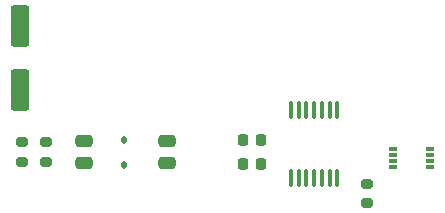
<source format=gbr>
%TF.GenerationSoftware,KiCad,Pcbnew,7.0.8*%
%TF.CreationDate,2024-05-28T17:20:49-04:00*%
%TF.ProjectId,mainboard,6d61696e-626f-4617-9264-2e6b69636164,rev?*%
%TF.SameCoordinates,Original*%
%TF.FileFunction,Paste,Top*%
%TF.FilePolarity,Positive*%
%FSLAX46Y46*%
G04 Gerber Fmt 4.6, Leading zero omitted, Abs format (unit mm)*
G04 Created by KiCad (PCBNEW 7.0.8) date 2024-05-28 17:20:49*
%MOMM*%
%LPD*%
G01*
G04 APERTURE LIST*
G04 Aperture macros list*
%AMRoundRect*
0 Rectangle with rounded corners*
0 $1 Rounding radius*
0 $2 $3 $4 $5 $6 $7 $8 $9 X,Y pos of 4 corners*
0 Add a 4 corners polygon primitive as box body*
4,1,4,$2,$3,$4,$5,$6,$7,$8,$9,$2,$3,0*
0 Add four circle primitives for the rounded corners*
1,1,$1+$1,$2,$3*
1,1,$1+$1,$4,$5*
1,1,$1+$1,$6,$7*
1,1,$1+$1,$8,$9*
0 Add four rect primitives between the rounded corners*
20,1,$1+$1,$2,$3,$4,$5,0*
20,1,$1+$1,$4,$5,$6,$7,0*
20,1,$1+$1,$6,$7,$8,$9,0*
20,1,$1+$1,$8,$9,$2,$3,0*%
G04 Aperture macros list end*
%ADD10RoundRect,0.100000X0.100000X-0.637500X0.100000X0.637500X-0.100000X0.637500X-0.100000X-0.637500X0*%
%ADD11RoundRect,0.200000X-0.275000X0.200000X-0.275000X-0.200000X0.275000X-0.200000X0.275000X0.200000X0*%
%ADD12RoundRect,0.250000X-0.550000X1.500000X-0.550000X-1.500000X0.550000X-1.500000X0.550000X1.500000X0*%
%ADD13RoundRect,0.250000X-0.475000X0.250000X-0.475000X-0.250000X0.475000X-0.250000X0.475000X0.250000X0*%
%ADD14RoundRect,0.225000X0.225000X0.250000X-0.225000X0.250000X-0.225000X-0.250000X0.225000X-0.250000X0*%
%ADD15RoundRect,0.200000X0.275000X-0.200000X0.275000X0.200000X-0.275000X0.200000X-0.275000X-0.200000X0*%
%ADD16RoundRect,0.112500X0.112500X-0.187500X0.112500X0.187500X-0.112500X0.187500X-0.112500X-0.187500X0*%
%ADD17R,0.800000X0.300000*%
G04 APERTURE END LIST*
D10*
%TO.C,U1*%
X145550000Y-76145434D03*
X146200000Y-76145434D03*
X146850000Y-76145434D03*
X147500000Y-76145434D03*
X148150000Y-76145434D03*
X148800000Y-76145434D03*
X149450000Y-76145434D03*
X149450000Y-70420434D03*
X148800000Y-70420434D03*
X148150000Y-70420434D03*
X147500000Y-70420434D03*
X146850000Y-70420434D03*
X146200000Y-70420434D03*
X145550000Y-70420434D03*
%TD*%
D11*
%TO.C,R1*%
X124800000Y-73175000D03*
X124800000Y-74825000D03*
%TD*%
D12*
%TO.C,C5*%
X122600000Y-63300000D03*
X122600000Y-68700000D03*
%TD*%
D13*
%TO.C,C4*%
X135000000Y-73050000D03*
X135000000Y-74950000D03*
%TD*%
D14*
%TO.C,C2*%
X143025000Y-75000000D03*
X141475000Y-75000000D03*
%TD*%
D15*
%TO.C,R3*%
X152000000Y-78317554D03*
X152000000Y-76667554D03*
%TD*%
D16*
%TO.C,D1*%
X131400000Y-75050000D03*
X131400000Y-72950000D03*
%TD*%
D13*
%TO.C,C3*%
X128000000Y-73050000D03*
X128000000Y-74950000D03*
%TD*%
D15*
%TO.C,R2*%
X122800000Y-74825000D03*
X122800000Y-73175000D03*
%TD*%
D17*
%TO.C,U2*%
X154200000Y-73750000D03*
X154200000Y-74250000D03*
X154200000Y-74750000D03*
X154200000Y-75250000D03*
X157300000Y-75250000D03*
X157300000Y-74750000D03*
X157300000Y-74250000D03*
X157300000Y-73750000D03*
%TD*%
D14*
%TO.C,C1*%
X143025000Y-73000000D03*
X141475000Y-73000000D03*
%TD*%
M02*

</source>
